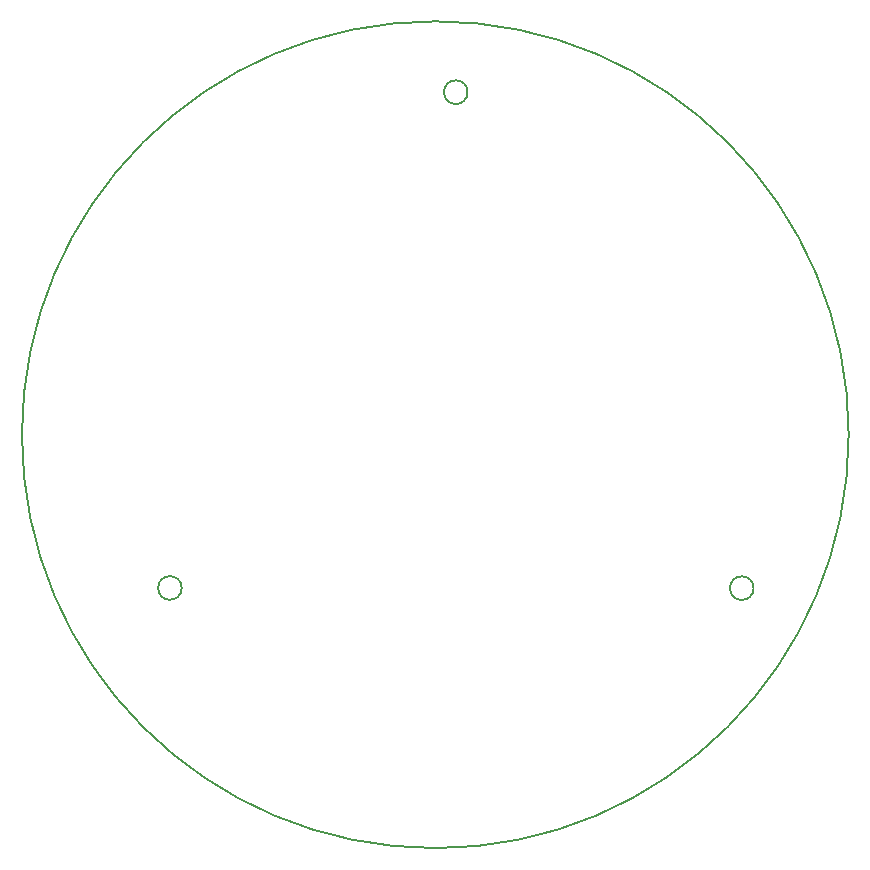
<source format=gbr>
%TF.GenerationSoftware,KiCad,Pcbnew,(6.0.7)*%
%TF.CreationDate,2022-08-30T09:52:08+08:00*%
%TF.ProjectId,rm_foc_driver,726d5f66-6f63-45f6-9472-697665722e6b,rev?*%
%TF.SameCoordinates,Original*%
%TF.FileFunction,Profile,NP*%
%FSLAX46Y46*%
G04 Gerber Fmt 4.6, Leading zero omitted, Abs format (unit mm)*
G04 Created by KiCad (PCBNEW (6.0.7)) date 2022-08-30 09:52:08*
%MOMM*%
%LPD*%
G01*
G04 APERTURE LIST*
%TA.AperFunction,Profile*%
%ADD10C,0.200000*%
%TD*%
G04 APERTURE END LIST*
D10*
X143626440Y-113974884D02*
G75*
G03*
X143626440Y-113974884I-1000000J0D01*
G01*
X200100000Y-100999768D02*
G75*
G03*
X200100000Y-100999768I-35000000J0D01*
G01*
X167831204Y-71998768D02*
G75*
G03*
X167831204Y-71998768I-999998J0D01*
G01*
X192047056Y-113991849D02*
G75*
G03*
X192047056Y-113991849I-1000001J0D01*
G01*
M02*

</source>
